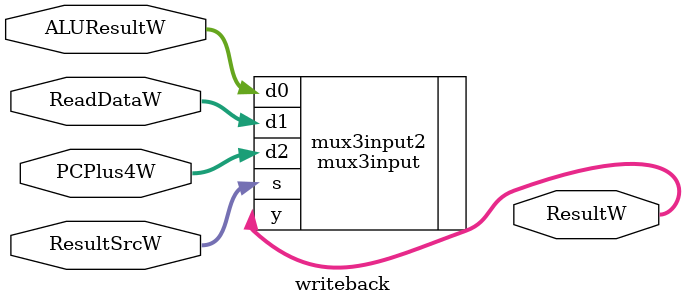
<source format=sv>
module writeback(

input logic [31:0] ALUResultW,
input logic [31:0] ReadDataW,
input logic [31:0] PCPlus4W,
input logic [1:0]  ResultSrcW,
//input logic [31:0] a0D,

output logic [31:0] ResultW
//output logic [31:0] a0M

);

//assign a0M = a0D;

mux3input mux3input2(

    .s(ResultSrcW),
    .d0(ALUResultW),
    .d1(ReadDataW),
    .d2(PCPlus4W),

    .y(ResultW)

);


endmodule

</source>
